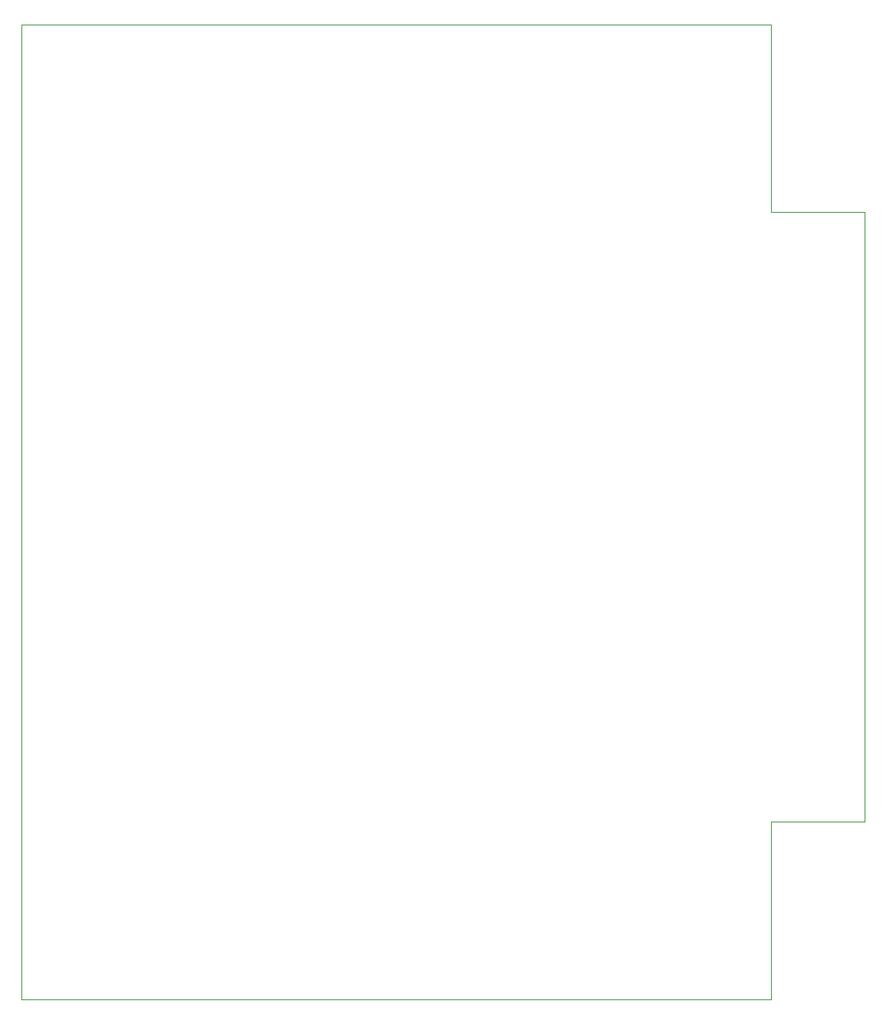
<source format=gbr>
%TF.GenerationSoftware,KiCad,Pcbnew,8.0.2*%
%TF.CreationDate,2024-06-03T18:55:52+02:00*%
%TF.ProjectId,Taupunkt,54617570-756e-46b7-942e-6b696361645f,rev?*%
%TF.SameCoordinates,Original*%
%TF.FileFunction,Profile,NP*%
%FSLAX46Y46*%
G04 Gerber Fmt 4.6, Leading zero omitted, Abs format (unit mm)*
G04 Created by KiCad (PCBNEW 8.0.2) date 2024-06-03 18:55:52*
%MOMM*%
%LPD*%
G01*
G04 APERTURE LIST*
%TA.AperFunction,Profile*%
%ADD10C,0.050000*%
%TD*%
G04 APERTURE END LIST*
D10*
X130000000Y-80000000D02*
X140000000Y-80000000D01*
X140000000Y-145000000D01*
X130000000Y-145000000D01*
X130000000Y-164000000D01*
X50000000Y-164000000D01*
X50000000Y-60000000D01*
X130000000Y-60000000D01*
X130000000Y-80000000D01*
M02*

</source>
